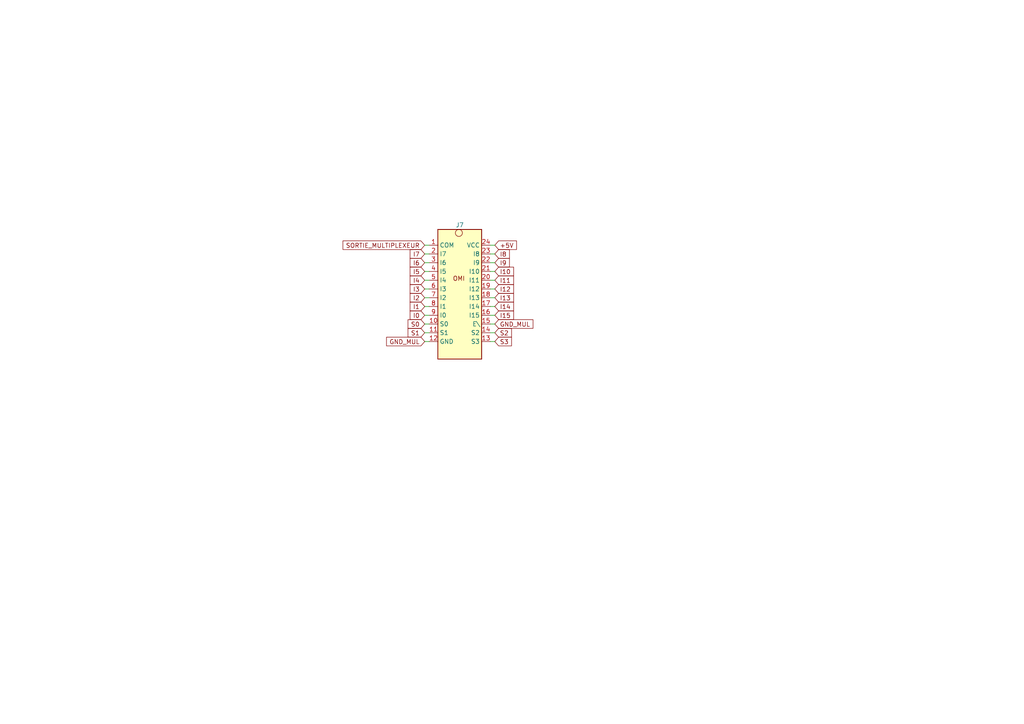
<source format=kicad_sch>
(kicad_sch (version 20231120) (generator "eeschema") (generator_version "8.0")
  (paper "A4")
  (lib_symbols
    (symbol "Omimultiplexeurs:CD74HC4067M96"
      (property "Reference" "J" (at 0 33.02 0))
      (property "Value" "CD74HC4067M96 " (at 1.016 -15.748 0))
      (symbol "CD74HC4067M96_0_1"
        (rectangle (start -6.35 31.242) (end 6.35 -6.35) (stroke (width 0.254)) (fill (type background)))
        (circle (center -0.254 30.226) (radius 1.016))
      )
      (symbol "CD74HC4067M96_1_0"
        (pin input line (at -8.89 3.81 0) (length 2.54) (name "S0") (number "10"))
        (pin input line (at -8.89 1.27 0) (length 2.54) (name "S1") (number "11"))
        (pin input line (at -8.89 -1.27 0) (length 2.54) (name "GND") (number "12"))
        (pin input line (at 8.89 -1.27 180) (length 2.54) (name "S3") (number "13"))
        (pin input line (at 8.89 1.27 180) (length 2.54) (name "S2") (number "14"))
        (pin input line (at 8.89 3.81 180) (length 2.54) (name "E\\") (number "15"))
        (pin input line (at 8.89 6.35 180) (length 2.54) (name "I15") (number "16"))
        (pin input line (at 8.89 8.89 180) (length 2.54) (name "I14") (number "17"))
        (pin input line (at 8.89 11.43 180) (length 2.54) (name "I13") (number "18"))
        (pin input line (at 8.89 13.97 180) (length 2.54) (name "I12") (number "19"))
        (pin input line (at 8.89 16.51 180) (length 2.54) (name "I11") (number "20"))
        (pin input line (at 8.89 19.05 180) (length 2.54) (name "I10") (number "21"))
        (pin input line (at 8.89 21.59 180) (length 2.54) (name "I9") (number "22"))
        (pin input line (at 8.89 24.13 180) (length 2.54) (name "I8") (number "23"))
        (pin input line (at 8.89 26.67 180) (length 2.54) (name "VCC") (number "24"))
        (pin input line (at -8.89 21.59 0) (length 2.54) (name "I6") (number "3"))
        (pin input line (at -8.89 19.05 0) (length 2.54) (name "I5") (number "4"))
        (pin input line (at -8.89 16.51 0) (length 2.54) (name "I4") (number "5"))
        (pin input line (at -8.89 13.97 0) (length 2.54) (name "I3") (number "6"))
        (pin input line (at -8.89 11.43 0) (length 2.54) (name "I2") (number "7"))
        (pin input line (at -8.89 8.89 0) (length 2.54) (name "I1") (number "8"))
        (pin input line (at -8.89 6.35 0) (length 2.54) (name "I0") (number "9"))
      )
      (symbol "CD74HC4067M96_1_1"
        (text "OMI\n" (at -0.254 17.018 0) (effects (font (size 1.27 1.27))))
        (pin input line (at -8.89 26.67 0) (length 2.54) (name "COM") (number "1"))
        (pin input line (at -8.89 24.13 0) (length 2.54) (name "I7") (number "2"))
      )
    )
  )
  (wire (pts (xy 143.51 86.36) (xy 142.24 86.36)))
  (wire (pts (xy 143.51 83.82) (xy 142.24 83.82)))
  (wire (pts (xy 123.19 73.66) (xy 124.46 73.66)))
  (wire (pts (xy 143.51 81.28) (xy 142.24 81.28)))
  (wire (pts (xy 143.51 76.2) (xy 142.24 76.2)))
  (wire (pts (xy 143.51 88.9) (xy 142.24 88.9)))
  (wire (pts (xy 123.19 81.28) (xy 124.46 81.28)))
  (wire (pts (xy 143.51 78.74) (xy 142.24 78.74)))
  (wire (pts (xy 123.19 96.52) (xy 124.46 96.52)))
  (wire (pts (xy 143.51 99.06) (xy 142.24 99.06)))
  (wire (pts (xy 123.19 93.98) (xy 124.46 93.98)))
  (wire (pts (xy 123.19 91.44) (xy 124.46 91.44)))
  (wire (pts (xy 123.19 71.12) (xy 124.46 71.12)))
  (wire (pts (xy 123.19 78.74) (xy 124.46 78.74)))
  (wire (pts (xy 123.19 86.36) (xy 124.46 86.36)))
  (wire (pts (xy 143.51 73.66) (xy 142.24 73.66)))
  (wire (pts (xy 123.19 99.06) (xy 124.46 99.06)))
  (wire (pts (xy 143.51 71.12) (xy 142.24 71.12)))
  (wire (pts (xy 123.19 88.9) (xy 124.46 88.9)))
  (wire (pts (xy 143.51 91.44) (xy 142.24 91.44)))
  (wire (pts (xy 123.19 76.2) (xy 124.46 76.2)))
  (wire (pts (xy 143.51 93.98) (xy 142.24 93.98)))
  (wire (pts (xy 123.19 83.82) (xy 124.46 83.82)))
  (wire (pts (xy 143.51 96.52) (xy 142.24 96.52)))
  (global_label "I13" (shape input) (at 143.51 86.36 0) (property "Intersheetrefs" "${INTERSHEET_REFS}" (effects (hide yes))))
  (global_label "S0" (shape input) (at 123.19 93.98 180) (property "Intersheetrefs" "${INTERSHEET_REFS}" (effects (hide yes))))
  (global_label "I2" (shape input) (at 123.19 86.36 180) (property "Intersheetrefs" "${INTERSHEET_REFS}" (effects (hide yes))))
  (global_label "I7" (shape input) (at 123.19 73.66 180) (property "Intersheetrefs" "${INTERSHEET_REFS}" (effects (hide yes))))
  (global_label "I6" (shape input) (at 123.19 76.2 180) (property "Intersheetrefs" "${INTERSHEET_REFS}" (effects (hide yes))))
  (global_label "I3" (shape input) (at 123.19 83.82 180) (property "Intersheetrefs" "${INTERSHEET_REFS}" (effects (hide yes))))
  (global_label "I14" (shape input) (at 143.51 88.9 0) (property "Intersheetrefs" "${INTERSHEET_REFS}" (effects (hide yes))))
  (global_label "I8" (shape input) (at 143.51 73.66 0) (property "Intersheetrefs" "${INTERSHEET_REFS}" (effects (hide yes))))
  (global_label "I5" (shape input) (at 123.19 78.74 180) (property "Intersheetrefs" "${INTERSHEET_REFS}" (effects (hide yes))))
  (global_label "GND_MUL" (shape input) (at 143.51 93.98 0) (property "Intersheetrefs" "${INTERSHEET_REFS}" (effects (hide yes))))
  (global_label "I9" (shape input) (at 143.51 76.2 0) (property "Intersheetrefs" "${INTERSHEET_REFS}" (effects (hide yes))))
  (global_label "S2" (shape input) (at 143.51 96.52 0) (property "Intersheetrefs" "${INTERSHEET_REFS}" (effects (hide yes))))
  (global_label "I11" (shape input) (at 143.51 81.28 0) (property "Intersheetrefs" "${INTERSHEET_REFS}" (effects (hide yes))))
  (global_label "S1" (shape input) (at 123.19 96.52 180) (property "Intersheetrefs" "${INTERSHEET_REFS}" (effects (hide yes))))
  (global_label "I1" (shape input) (at 123.19 88.9 180) (property "Intersheetrefs" "${INTERSHEET_REFS}" (effects (hide yes))))
  (global_label "I4" (shape input) (at 123.19 81.28 180) (property "Intersheetrefs" "${INTERSHEET_REFS}" (effects (hide yes))))
  (global_label "I12" (shape input) (at 143.51 83.82 0) (property "Intersheetrefs" "${INTERSHEET_REFS}" (effects (hide yes))))
  (global_label "SORTIE_MULTIPLEXEUR" (shape input) (at 123.19 71.12 180) (property "Intersheetrefs" "${INTERSHEET_REFS}" (effects (hide yes))))
  (global_label "I10" (shape input) (at 143.51 78.74 0) (property "Intersheetrefs" "${INTERSHEET_REFS}" (effects (hide yes))))
  (global_label "I0" (shape input) (at 123.19 91.44 180) (property "Intersheetrefs" "${INTERSHEET_REFS}" (effects (hide yes))))
  (global_label "GND_MUL" (shape input) (at 123.19 99.06 180) (property "Intersheetrefs" "${INTERSHEET_REFS}" (effects (hide yes))))
  (global_label "+5V" (shape input) (at 143.51 71.12 0) (property "Intersheetrefs" "${INTERSHEET_REFS}" (effects (hide yes))))
  (global_label "S3" (shape input) (at 143.51 99.06 0) (property "Intersheetrefs" "${INTERSHEET_REFS}" (effects (hide yes))))
  (global_label "I15" (shape input) (at 143.51 91.44 0) (property "Intersheetrefs" "${INTERSHEET_REFS}" (effects (hide yes))))
  (symbol (lib_id "Omimultiplexeurs:CD74HC4067M96") (at 133.35 97.79 0) (unit 1)
    (property "Reference" "J7" (at 133.35 65.278 0))
    (property "Value" "CD74HC4067M96" (effects (hide yes)))
    (property "Datasheet" "https://www.ti.com/lit/ds/symlink/cd74hc4067.pdf?HQS=dis-dk-null-digikeymode-dsf-pf-null-wwe&ts=1750764157204&ref_url=https%253A%252F%252Fwww.ti.com%252Fgeneral%252Fdocs%252Fsuppproductinfo.tsp%253FdistId%253D10%2526gotoUrl%253Dhttps%253A%252F%252Fwww.ti.com%252Flit%252Fgpn%252Fcd74hc4067" (effects (hide yes)))
    (property "Description" "1 Circuits circuit intégré commutateur 16:1 160ohms 24-SOIC" (effects (hide yes)))
    (property "Fabriquant" "Texas Instruments" (effects (hide yes)))
    (property "Fabreference" "CD74HC4067M96" (effects (hide yes)))
  )
)
</source>
